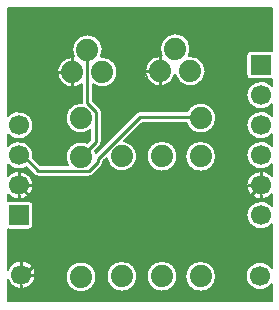
<source format=gtl>
G04 Layer: TopLayer*
G04 EasyEDA Pro v2.2.40.8, 2025-10-31 20:06:03*
G04 Gerber Generator version 0.3*
G04 Scale: 100 percent, Rotated: No, Reflected: No*
G04 Dimensions in millimeters*
G04 Leading zeros omitted, absolute positions, 4 integers and 5 decimals*
G04 Generated by one-click*
%FSLAX45Y45*%
%MOMM*%
%ADD10C,0.2032*%
%ADD11C,0.254*%
%ADD12C,1.8796*%
%ADD13R,1.7X1.7*%
%ADD14C,1.7*%
%ADD15C,0.6192*%
%ADD16C,0.61*%
G75*


G04 Copper Start*
G36*
G01X-154586Y2043165D02*
G01X-154586Y1984122D01*
G01X-169270Y1999506D01*
G01X-186424Y2012078D01*
G01X-205516Y2021446D01*
G01X-225955Y2027322D01*
G01X-247108Y2029523D01*
G01X-268319Y2027980D01*
G01X-288931Y2022743D01*
G01X-308305Y2013972D01*
G01X-325841Y2001939D01*
G01X-340995Y1987019D01*
G01X-353299Y1969672D01*
G01X-362370Y1950436D01*
G01X-367927Y1929908D01*
G01X-369799Y1908724D01*
G01X-367927Y1887539D01*
G01X-362370Y1867011D01*
G01X-353299Y1847776D01*
G01X-340995Y1830429D01*
G01X-325841Y1815508D01*
G01X-308305Y1803476D01*
G01X-288931Y1794705D01*
G01X-268319Y1789467D01*
G01X-247108Y1787924D01*
G01X-225955Y1790125D01*
G01X-205516Y1796001D01*
G01X-186424Y1805370D01*
G01X-169270Y1817941D01*
G01X-154586Y1833326D01*
G01X-154586Y1730122D01*
G01X-169270Y1745506D01*
G01X-186424Y1758078D01*
G01X-205516Y1767446D01*
G01X-225955Y1773322D01*
G01X-247108Y1775523D01*
G01X-268319Y1773980D01*
G01X-288931Y1768743D01*
G01X-308305Y1759972D01*
G01X-325841Y1747939D01*
G01X-340995Y1733019D01*
G01X-353299Y1715672D01*
G01X-362370Y1696436D01*
G01X-367927Y1675908D01*
G01X-369799Y1654724D01*
G01X-367927Y1633539D01*
G01X-362370Y1613011D01*
G01X-353299Y1593776D01*
G01X-340995Y1576429D01*
G01X-325841Y1561508D01*
G01X-308305Y1549476D01*
G01X-288931Y1540705D01*
G01X-268319Y1535467D01*
G01X-247108Y1533924D01*
G01X-225955Y1536125D01*
G01X-205516Y1542001D01*
G01X-186424Y1551370D01*
G01X-169270Y1563941D01*
G01X-154586Y1579326D01*
G01X-154586Y1476122D01*
G01X-169270Y1491506D01*
G01X-186424Y1504078D01*
G01X-205516Y1513446D01*
G01X-225955Y1519322D01*
G01X-247108Y1521523D01*
G01X-268319Y1519980D01*
G01X-288931Y1514743D01*
G01X-308305Y1505972D01*
G01X-325841Y1493939D01*
G01X-340995Y1479019D01*
G01X-353299Y1461672D01*
G01X-362370Y1442436D01*
G01X-367927Y1421908D01*
G01X-369799Y1400724D01*
G01X-367927Y1379539D01*
G01X-362370Y1359011D01*
G01X-353299Y1339776D01*
G01X-340995Y1322429D01*
G01X-325841Y1307508D01*
G01X-308305Y1295476D01*
G01X-288931Y1286705D01*
G01X-268319Y1281467D01*
G01X-247108Y1279924D01*
G01X-225955Y1282125D01*
G01X-205516Y1288001D01*
G01X-186424Y1297370D01*
G01X-169270Y1309941D01*
G01X-154586Y1325326D01*
G01X-154586Y1222122D01*
G01X-169270Y1237506D01*
G01X-186424Y1250078D01*
G01X-205516Y1259446D01*
G01X-225955Y1265322D01*
G01X-247108Y1267523D01*
G01X-268319Y1265980D01*
G01X-288931Y1260743D01*
G01X-308305Y1251972D01*
G01X-325841Y1239939D01*
G01X-340995Y1225019D01*
G01X-353299Y1207672D01*
G01X-362370Y1188436D01*
G01X-367927Y1167908D01*
G01X-369799Y1146724D01*
G01X-367927Y1125539D01*
G01X-362370Y1105011D01*
G01X-353299Y1085776D01*
G01X-340995Y1068429D01*
G01X-325841Y1053508D01*
G01X-308305Y1041476D01*
G01X-288931Y1032705D01*
G01X-268319Y1027467D01*
G01X-247108Y1025924D01*
G01X-225955Y1028125D01*
G01X-205516Y1034001D01*
G01X-186424Y1043370D01*
G01X-169270Y1055941D01*
G01X-154586Y1071326D01*
G01X-154586Y968122D01*
G01X-169270Y983506D01*
G01X-186424Y996078D01*
G01X-205516Y1005446D01*
G01X-225955Y1011322D01*
G01X-247108Y1013523D01*
G01X-268319Y1011980D01*
G01X-288931Y1006743D01*
G01X-308305Y997972D01*
G01X-325841Y985939D01*
G01X-340995Y971019D01*
G01X-353299Y953672D01*
G01X-362370Y934436D01*
G01X-367927Y913908D01*
G01X-369799Y892724D01*
G01X-367927Y871539D01*
G01X-362370Y851011D01*
G01X-353299Y831776D01*
G01X-340995Y814429D01*
G01X-325841Y799508D01*
G01X-308305Y787476D01*
G01X-288931Y778705D01*
G01X-268319Y773467D01*
G01X-247108Y771924D01*
G01X-225955Y774125D01*
G01X-205516Y780001D01*
G01X-186424Y789370D01*
G01X-169270Y801941D01*
G01X-154586Y817326D01*
G01X-154586Y442776D01*
G01X-168257Y460169D01*
G01X-184870Y474777D01*
G01X-203868Y486112D01*
G01X-224614Y493792D01*
G01X-246413Y497560D01*
G01X-268534Y497291D01*
G01X-290234Y492992D01*
G01X-310787Y484809D01*
G01X-329503Y473015D01*
G01X-345756Y458006D01*
G01X-358998Y440286D01*
G01X-368788Y420448D01*
G01X-374796Y399157D01*
G01X-376822Y377128D01*
G01X-374796Y355099D01*
G01X-368788Y333808D01*
G01X-358998Y313970D01*
G01X-345756Y296249D01*
G01X-329503Y281240D01*
G01X-310787Y269447D01*
G01X-290234Y261263D01*
G01X-268534Y256965D01*
G01X-246413Y256695D01*
G01X-224614Y260464D01*
G01X-203868Y268144D01*
G01X-184870Y279478D01*
G01X-168257Y294087D01*
G01X-154586Y311479D01*
G01X-154586Y162450D01*
G01X-2389232Y162450D01*
G01X-2389232Y347530D01*
G01X-2380372Y328404D01*
G01X-2368323Y311108D01*
G01X-2353450Y296171D01*
G01X-2336208Y284045D01*
G01X-2317121Y275101D01*
G01X-2296770Y269610D01*
G01X-2275774Y267741D01*
G01X-2254773Y269549D01*
G01X-2234405Y274979D01*
G01X-2215292Y283867D01*
G01X-2198014Y295942D01*
G01X-2183098Y310836D01*
G01X-2170998Y328096D01*
G01X-2162082Y347197D01*
G01X-2156621Y367556D01*
G01X-2156425Y369799D01*
G01X-1899990Y369799D01*
G01X-1898018Y347260D01*
G01X-1892162Y325407D01*
G01X-1882601Y304902D01*
G01X-1869624Y286369D01*
G01X-1853626Y270371D01*
G01X-1835093Y257394D01*
G01X-1814588Y247832D01*
G01X-1792734Y241977D01*
G01X-1770196Y240005D01*
G01X-1770196Y240005D01*
G01X-1747657Y241977D01*
G01X-1725804Y247832D01*
G01X-1705299Y257394D01*
G01X-1686766Y270371D01*
G01X-1670768Y286369D01*
G01X-1657791Y304902D01*
G01X-1648229Y325407D01*
G01X-1642374Y347260D01*
G01X-1640402Y369799D01*
G01X-1640846Y374879D01*
G01X-1554054Y374879D01*
G01X-1552082Y352340D01*
G01X-1546226Y330487D01*
G01X-1536665Y309982D01*
G01X-1523688Y291449D01*
G01X-1507690Y275451D01*
G01X-1489157Y262474D01*
G01X-1468652Y252912D01*
G01X-1446798Y247057D01*
G01X-1424260Y245085D01*
G01X-1424260Y245085D01*
G01X-1401721Y247057D01*
G01X-1379867Y252912D01*
G01X-1359363Y262474D01*
G01X-1340830Y275451D01*
G01X-1324832Y291449D01*
G01X-1311855Y309982D01*
G01X-1302293Y330487D01*
G01X-1296437Y352340D01*
G01X-1294466Y374879D01*
G01X-1294510Y375390D01*
G01X-1214212Y375390D01*
G01X-1212240Y352851D01*
G01X-1206385Y330998D01*
G01X-1196823Y310493D01*
G01X-1183846Y291960D01*
G01X-1167848Y275962D01*
G01X-1149315Y262985D01*
G01X-1128810Y253423D01*
G01X-1106957Y247568D01*
G01X-1084418Y245596D01*
G01X-1084418Y245596D01*
G01X-1061880Y247568D01*
G01X-1040026Y253423D01*
G01X-1019521Y262985D01*
G01X-1000988Y275962D01*
G01X-984990Y291960D01*
G01X-972013Y310493D01*
G01X-962452Y330998D01*
G01X-956596Y352851D01*
G01X-954713Y374375D01*
G01X-887078Y374375D01*
G01X-885106Y351837D01*
G01X-879251Y329983D01*
G01X-869689Y309478D01*
G01X-856712Y290945D01*
G01X-840714Y274947D01*
G01X-822181Y261971D01*
G01X-801676Y252409D01*
G01X-779823Y246553D01*
G01X-757284Y244581D01*
G01X-734746Y246553D01*
G01X-712892Y252409D01*
G01X-692387Y261971D01*
G01X-673854Y274947D01*
G01X-657856Y290945D01*
G01X-644879Y309478D01*
G01X-635318Y329983D01*
G01X-629462Y351837D01*
G01X-627490Y374375D01*
G01X-629462Y396914D01*
G01X-635318Y418768D01*
G01X-644879Y439272D01*
G01X-657856Y457805D01*
G01X-673854Y473803D01*
G01X-692387Y486780D01*
G01X-712892Y496342D01*
G01X-734746Y502198D01*
G01X-757284Y504169D01*
G01X-757284Y504169D01*
G01X-779823Y502198D01*
G01X-801676Y496342D01*
G01X-822181Y486780D01*
G01X-840714Y473803D01*
G01X-856712Y457805D01*
G01X-869689Y439272D01*
G01X-879251Y418768D01*
G01X-885106Y396914D01*
G01X-887078Y374375D01*
G01X-954713Y374375D01*
G01X-954624Y375390D01*
G01X-956596Y397928D01*
G01X-962452Y419782D01*
G01X-972013Y440287D01*
G01X-984990Y458820D01*
G01X-1000988Y474818D01*
G01X-1019521Y487795D01*
G01X-1040026Y497356D01*
G01X-1061880Y503212D01*
G01X-1084418Y505184D01*
G01X-1106957Y503212D01*
G01X-1128810Y497356D01*
G01X-1149315Y487795D01*
G01X-1167848Y474818D01*
G01X-1183846Y458820D01*
G01X-1196823Y440287D01*
G01X-1206385Y419782D01*
G01X-1212240Y397928D01*
G01X-1214212Y375390D01*
G01X-1294510Y375390D01*
G01X-1296437Y397417D01*
G01X-1302293Y419271D01*
G01X-1311855Y439776D01*
G01X-1324832Y458309D01*
G01X-1340830Y474307D01*
G01X-1359363Y487284D01*
G01X-1379867Y496845D01*
G01X-1401721Y502701D01*
G01X-1424260Y504673D01*
G01X-1446798Y502701D01*
G01X-1468652Y496845D01*
G01X-1489157Y487284D01*
G01X-1507690Y474307D01*
G01X-1523688Y458309D01*
G01X-1536665Y439776D01*
G01X-1546226Y419271D01*
G01X-1552082Y397417D01*
G01X-1554054Y374879D01*
G01X-1640846Y374879D01*
G01X-1642374Y392337D01*
G01X-1648229Y414191D01*
G01X-1657791Y434696D01*
G01X-1670768Y453229D01*
G01X-1686766Y469227D01*
G01X-1705299Y482204D01*
G01X-1725804Y491765D01*
G01X-1747657Y497621D01*
G01X-1770196Y499593D01*
G01X-1792734Y497621D01*
G01X-1814588Y491765D01*
G01X-1835093Y482204D01*
G01X-1853626Y469227D01*
G01X-1869624Y453229D01*
G01X-1882601Y434696D01*
G01X-1892162Y414191D01*
G01X-1898018Y392337D01*
G01X-1899990Y369799D01*
G01X-2156425Y369799D01*
G01X-2154783Y388554D01*
G01X-2156621Y409553D01*
G01X-2162082Y429912D01*
G01X-2170998Y449013D01*
G01X-2183098Y466273D01*
G01X-2198014Y481167D01*
G01X-2215292Y493242D01*
G01X-2234405Y502130D01*
G01X-2254773Y507560D01*
G01X-2275774Y509368D01*
G01X-2296770Y507499D01*
G01X-2317121Y502008D01*
G01X-2336208Y493064D01*
G01X-2353450Y480938D01*
G01X-2368323Y466000D01*
G01X-2380372Y448705D01*
G01X-2389232Y429578D01*
G01X-2389232Y772276D01*
G01X-2379621Y770963D01*
G01X-2209622Y770963D01*
G01X-2198555Y772716D01*
G01X-2188571Y777803D01*
G01X-2180648Y785726D01*
G01X-2175561Y795710D01*
G01X-2173808Y806777D01*
G01X-2173808Y976776D01*
G01X-2175561Y987844D01*
G01X-2180648Y997827D01*
G01X-2188571Y1005751D01*
G01X-2198555Y1010838D01*
G01X-2209622Y1012590D01*
G01X-2379621Y1012590D01*
G01X-2389232Y1011277D01*
G01X-2389232Y1070644D01*
G01X-2374574Y1055203D01*
G01X-2357432Y1042574D01*
G01X-2338340Y1033150D01*
G01X-2317890Y1027225D01*
G01X-2296717Y1024981D01*
G01X-2275480Y1026489D01*
G01X-2254836Y1031701D01*
G01X-2235429Y1040457D01*
G01X-2217859Y1052484D01*
G01X-2202674Y1067408D01*
G01X-2190345Y1084766D01*
G01X-2181254Y1104018D01*
G01X-2175684Y1124568D01*
G01X-2173808Y1145777D01*
G01X-2175684Y1166985D01*
G01X-2181254Y1187535D01*
G01X-2190345Y1206787D01*
G01X-2202674Y1224145D01*
G01X-2217859Y1239069D01*
G01X-2235429Y1251096D01*
G01X-2254836Y1259852D01*
G01X-2275480Y1265064D01*
G01X-2296717Y1266572D01*
G01X-2317890Y1264328D01*
G01X-2338340Y1258403D01*
G01X-2357432Y1248979D01*
G01X-2374574Y1236350D01*
G01X-2389232Y1220909D01*
G01X-2389232Y1324644D01*
G01X-2374207Y1308881D01*
G01X-2356597Y1296070D01*
G01X-2336973Y1286629D01*
G01X-2315973Y1280864D01*
G01X-2294279Y1278963D01*
G01X-2272596Y1280987D01*
G01X-2251629Y1286871D01*
G01X-2232059Y1296423D01*
G01X-2168460Y1232824D01*
G01X-2158412Y1225114D01*
G01X-2146711Y1220268D01*
G01X-2134155Y1218615D01*
G01X-1838033Y1218615D01*
G01X-1829504Y1216214D01*
G01X-1820680Y1215405D01*
G01X-1719711Y1215405D01*
G01X-1710817Y1216227D01*
G01X-1702224Y1218666D01*
G01X-1690469Y1220675D01*
G01X-1679558Y1225491D01*
G01X-1670152Y1232824D01*
G01X-1593952Y1309024D01*
G01X-1586242Y1319072D01*
G01X-1581396Y1330772D01*
G01X-1579743Y1343329D01*
G01X-1579743Y1348633D01*
G01X-1553111Y1375265D01*
G01X-1548539Y1353446D01*
G01X-1540300Y1332731D01*
G01X-1528638Y1313732D01*
G01X-1513896Y1297008D01*
G01X-1496511Y1283054D01*
G01X-1476994Y1272280D01*
G01X-1455921Y1265006D01*
G01X-1433914Y1261444D01*
G01X-1411622Y1261702D01*
G01X-1389703Y1265770D01*
G01X-1368804Y1273528D01*
G01X-1349541Y1284749D01*
G01X-1332481Y1299101D01*
G01X-1318130Y1316160D01*
G01X-1306909Y1335423D01*
G01X-1299150Y1356323D01*
G01X-1295082Y1378241D01*
G01X-1294931Y1391390D01*
G01X-1214212Y1391390D01*
G01X-1212240Y1368851D01*
G01X-1206385Y1346998D01*
G01X-1196823Y1326493D01*
G01X-1183846Y1307960D01*
G01X-1167848Y1291962D01*
G01X-1149315Y1278985D01*
G01X-1128810Y1269423D01*
G01X-1106957Y1263568D01*
G01X-1084418Y1261596D01*
G01X-1084418Y1261596D01*
G01X-1061880Y1263568D01*
G01X-1040026Y1269423D01*
G01X-1019521Y1278985D01*
G01X-1000988Y1291962D01*
G01X-984990Y1307960D01*
G01X-972013Y1326493D01*
G01X-962452Y1346998D01*
G01X-956596Y1368851D01*
G01X-954713Y1390375D01*
G01X-887078Y1390375D01*
G01X-885106Y1367837D01*
G01X-879251Y1345983D01*
G01X-869689Y1325478D01*
G01X-856712Y1306945D01*
G01X-840714Y1290947D01*
G01X-822181Y1277971D01*
G01X-801676Y1268409D01*
G01X-779823Y1262553D01*
G01X-757284Y1260581D01*
G01X-734746Y1262553D01*
G01X-712892Y1268409D01*
G01X-692387Y1277971D01*
G01X-673854Y1290947D01*
G01X-657856Y1306945D01*
G01X-644879Y1325478D01*
G01X-635318Y1345983D01*
G01X-629462Y1367837D01*
G01X-627490Y1390375D01*
G01X-629462Y1412914D01*
G01X-635318Y1434768D01*
G01X-644879Y1455272D01*
G01X-657856Y1473805D01*
G01X-673854Y1489803D01*
G01X-692387Y1502780D01*
G01X-712892Y1512342D01*
G01X-734746Y1518198D01*
G01X-757284Y1520169D01*
G01X-757284Y1520169D01*
G01X-779823Y1518198D01*
G01X-801676Y1512342D01*
G01X-822181Y1502780D01*
G01X-840714Y1489803D01*
G01X-856712Y1473805D01*
G01X-869689Y1455272D01*
G01X-879251Y1434768D01*
G01X-885106Y1412914D01*
G01X-887078Y1390375D01*
G01X-954713Y1390375D01*
G01X-954624Y1391390D01*
G01X-956596Y1413928D01*
G01X-962452Y1435782D01*
G01X-972013Y1456287D01*
G01X-984990Y1474820D01*
G01X-1000988Y1490818D01*
G01X-1019521Y1503795D01*
G01X-1040026Y1513356D01*
G01X-1061880Y1519212D01*
G01X-1084418Y1521184D01*
G01X-1106957Y1519212D01*
G01X-1128810Y1513356D01*
G01X-1149315Y1503795D01*
G01X-1167848Y1490818D01*
G01X-1183846Y1474820D01*
G01X-1196823Y1456287D01*
G01X-1206385Y1435782D01*
G01X-1212240Y1413928D01*
G01X-1214212Y1391390D01*
G01X-1294931Y1391390D01*
G01X-1294825Y1400533D01*
G01X-1298386Y1422540D01*
G01X-1305661Y1443613D01*
G01X-1316434Y1463130D01*
G01X-1330389Y1480516D01*
G01X-1347112Y1495257D01*
G01X-1366112Y1506919D01*
G01X-1386827Y1515158D01*
G01X-1408646Y1519730D01*
G01X-1252562Y1675815D01*
G01X-880536Y1675815D01*
G01X-872215Y1655086D01*
G01X-860462Y1636091D01*
G01X-845627Y1619392D01*
G01X-828149Y1605484D01*
G01X-808545Y1594778D01*
G01X-787395Y1587593D01*
G01X-765327Y1584140D01*
G01X-742994Y1584522D01*
G01X-721056Y1588727D01*
G01X-700165Y1596632D01*
G01X-680938Y1608001D01*
G01X-663945Y1622499D01*
G01X-649690Y1639695D01*
G01X-638594Y1659081D01*
G01X-630986Y1680082D01*
G01X-627092Y1702077D01*
G01X-627027Y1724413D01*
G01X-630792Y1746431D01*
G01X-638276Y1767476D01*
G01X-649258Y1786927D01*
G01X-663412Y1804206D01*
G01X-680319Y1818803D01*
G01X-699479Y1830285D01*
G01X-720324Y1838312D01*
G01X-742236Y1842647D01*
G01X-764567Y1843160D01*
G01X-786655Y1839836D01*
G01X-807846Y1832775D01*
G01X-827513Y1822185D01*
G01X-845073Y1808380D01*
G01X-860006Y1791768D01*
G01X-871869Y1772843D01*
G01X-1272657Y1772843D01*
G01X-1285213Y1771189D01*
G01X-1296914Y1766343D01*
G01X-1306961Y1758633D01*
G01X-1645119Y1420475D01*
G01X-1650765Y1436620D01*
G01X-1608891Y1478494D01*
G01X-1601181Y1488542D01*
G01X-1596335Y1500243D01*
G01X-1594682Y1512799D01*
G01X-1594682Y1766799D01*
G01X-1596335Y1779355D01*
G01X-1601181Y1791056D01*
G01X-1608891Y1801103D01*
G01X-1667106Y1859318D01*
G01X-1667106Y2000198D01*
G01X-1647708Y1988009D01*
G01X-1626469Y1979420D01*
G01X-1604051Y1974700D01*
G01X-1581152Y1973994D01*
G01X-1558486Y1977326D01*
G01X-1536759Y1984590D01*
G01X-1516647Y1995562D01*
G01X-1498778Y2009899D01*
G01X-1483708Y2027154D01*
G01X-1471906Y2046790D01*
G01X-1463741Y2068195D01*
G01X-1459466Y2090702D01*
G01X-1459215Y2113611D01*
G01X-1460604Y2121912D01*
G01X-1228856Y2121912D01*
G01X-1228550Y2098972D01*
G01X-1224209Y2076444D01*
G01X-1215969Y2055032D01*
G01X-1204088Y2035405D01*
G01X-1204088Y2035405D01*
G01X-1188938Y2018177D01*
G01X-1170990Y2003886D01*
G01X-1150807Y1992978D01*
G01X-1129018Y1985794D01*
G01X-1106305Y1982558D01*
G01X-1083377Y1983372D01*
G01X-1060951Y1988210D01*
G01X-1039726Y1996922D01*
G01X-1020367Y2009234D01*
G01X-1003479Y2024762D01*
G01X-989588Y2043021D01*
G01X-979129Y2063441D01*
G01X-972429Y2085384D01*
G01X-965729Y2063441D01*
G01X-955270Y2043021D01*
G01X-941379Y2024762D01*
G01X-924490Y2009234D01*
G01X-905131Y1996922D01*
G01X-883907Y1988210D01*
G01X-861481Y1983372D01*
G01X-838553Y1982558D01*
G01X-815839Y1985794D01*
G01X-794051Y1992978D01*
G01X-773867Y2003886D01*
G01X-755920Y2018177D01*
G01X-740769Y2035405D01*
G01X-728888Y2055032D01*
G01X-720649Y2076444D01*
G01X-716308Y2098972D01*
G01X-716001Y2121912D01*
G01X-719739Y2144548D01*
G01X-727403Y2166173D01*
G01X-738755Y2186110D01*
G01X-753440Y2203737D01*
G01X-770999Y2218502D01*
G01X-790884Y2229946D01*
G01X-812473Y2237710D01*
G01X-835092Y2241551D01*
G01X-858033Y2241350D01*
G01X-849230Y2261822D01*
G01X-844059Y2283499D01*
G01X-842671Y2305740D01*
G01X-845109Y2327891D01*
G01X-851300Y2349298D01*
G01X-861062Y2369331D01*
G01X-874106Y2387399D01*
G01X-890049Y2402969D01*
G01X-908420Y2415582D01*
G01X-928679Y2424867D01*
G01X-950226Y2430550D01*
G01X-972429Y2432463D01*
G01X-994631Y2430550D01*
G01X-1016179Y2424867D01*
G01X-1036437Y2415582D01*
G01X-1054809Y2402969D01*
G01X-1070751Y2387399D01*
G01X-1083796Y2369331D01*
G01X-1093558Y2349298D01*
G01X-1099749Y2327891D01*
G01X-1102186Y2305740D01*
G01X-1100799Y2283499D01*
G01X-1095628Y2261822D01*
G01X-1086825Y2241350D01*
G01X-1109766Y2241551D01*
G01X-1132385Y2237710D01*
G01X-1153974Y2229946D01*
G01X-1173858Y2218502D01*
G01X-1191417Y2203737D01*
G01X-1206102Y2186110D01*
G01X-1217454Y2166173D01*
G01X-1225119Y2144548D01*
G01X-1228856Y2121912D01*
G01X-1460604Y2121912D01*
G01X-1462996Y2136206D01*
G01X-1470690Y2157785D01*
G01X-1482059Y2177675D01*
G01X-1496748Y2195256D01*
G01X-1514299Y2209981D01*
G01X-1534165Y2221391D01*
G01X-1555728Y2229130D01*
G01X-1578316Y2232957D01*
G01X-1601224Y2232753D01*
G01X-1592421Y2253225D01*
G01X-1587250Y2274902D01*
G01X-1585863Y2297143D01*
G01X-1588300Y2319294D01*
G01X-1594491Y2340701D01*
G01X-1604253Y2360734D01*
G01X-1617297Y2378802D01*
G01X-1633240Y2394372D01*
G01X-1651612Y2406985D01*
G01X-1671870Y2416270D01*
G01X-1693418Y2421953D01*
G01X-1715620Y2423866D01*
G01X-1737822Y2421953D01*
G01X-1759370Y2416270D01*
G01X-1779628Y2406985D01*
G01X-1798000Y2394372D01*
G01X-1813943Y2378802D01*
G01X-1826987Y2360734D01*
G01X-1836749Y2340701D01*
G01X-1842940Y2319294D01*
G01X-1845378Y2297143D01*
G01X-1843990Y2274902D01*
G01X-1838819Y2253225D01*
G01X-1830016Y2232753D01*
G01X-1852925Y2232957D01*
G01X-1875512Y2229130D01*
G01X-1897075Y2221391D01*
G01X-1916942Y2209981D01*
G01X-1934492Y2195256D01*
G01X-1949181Y2177675D01*
G01X-1960550Y2157785D01*
G01X-1968244Y2136206D01*
G01X-1972025Y2113611D01*
G01X-1971774Y2090702D01*
G01X-1967499Y2068195D01*
G01X-1959334Y2046790D01*
G01X-1947532Y2027154D01*
G01X-1932462Y2009899D01*
G01X-1914593Y1995562D01*
G01X-1894481Y1984590D01*
G01X-1872754Y1977326D01*
G01X-1850088Y1973994D01*
G01X-1827189Y1974700D01*
G01X-1804771Y1979420D01*
G01X-1783532Y1988009D01*
G01X-1764134Y2000198D01*
G01X-1764134Y1843157D01*
G01X-1786963Y1842596D01*
G01X-1809341Y1838042D01*
G01X-1830574Y1829637D01*
G01X-1850005Y1817641D01*
G01X-1867033Y1802425D01*
G01X-1881131Y1784461D01*
G01X-1891863Y1764303D01*
G01X-1898895Y1742577D01*
G01X-1902011Y1719955D01*
G01X-1901114Y1697136D01*
G01X-1896231Y1674828D01*
G01X-1887515Y1653721D01*
G01X-1875234Y1634468D01*
G01X-1859769Y1617666D01*
G01X-1841599Y1603834D01*
G01X-1821286Y1593400D01*
G01X-1799458Y1586689D01*
G01X-1776793Y1583906D01*
G01X-1753990Y1585139D01*
G01X-1731756Y1590349D01*
G01X-1710780Y1599375D01*
G01X-1691710Y1611938D01*
G01X-1691710Y1532894D01*
G01X-1719374Y1505229D01*
G01X-1738926Y1511770D01*
G01X-1759267Y1515132D01*
G01X-1779884Y1515231D01*
G01X-1800256Y1512064D01*
G01X-1819870Y1505711D01*
G01X-1838230Y1496333D01*
G01X-1854874Y1484166D01*
G01X-1869381Y1469517D01*
G01X-1881386Y1452755D01*
G01X-1890585Y1434305D01*
G01X-1896747Y1414630D01*
G01X-1899716Y1394228D01*
G01X-1899416Y1373613D01*
G01X-1895857Y1353306D01*
G01X-1889126Y1333818D01*
G01X-1879395Y1315643D01*
G01X-2114060Y1315643D01*
G01X-2175885Y1377468D01*
G01X-2173812Y1398733D01*
G01X-2175517Y1420030D01*
G01X-2180948Y1440694D01*
G01X-2189933Y1460078D01*
G01X-2202192Y1477576D01*
G01X-2217342Y1492642D01*
G01X-2234909Y1504802D01*
G01X-2254344Y1513679D01*
G01X-2275038Y1518993D01*
G01X-2296345Y1520578D01*
G01X-2317597Y1518386D01*
G01X-2338131Y1512484D01*
G01X-2357305Y1503057D01*
G01X-2374518Y1490400D01*
G01X-2389232Y1474909D01*
G01X-2389232Y1578644D01*
G01X-2374574Y1563203D01*
G01X-2357432Y1550574D01*
G01X-2338340Y1541150D01*
G01X-2317890Y1535225D01*
G01X-2296717Y1532981D01*
G01X-2275480Y1534489D01*
G01X-2254836Y1539701D01*
G01X-2235429Y1548457D01*
G01X-2217859Y1560484D01*
G01X-2202674Y1575408D01*
G01X-2190345Y1592766D01*
G01X-2181254Y1612018D01*
G01X-2175684Y1632568D01*
G01X-2173808Y1653777D01*
G01X-2175684Y1674985D01*
G01X-2181254Y1695535D01*
G01X-2190345Y1714787D01*
G01X-2202674Y1732145D01*
G01X-2217859Y1747069D01*
G01X-2235429Y1759096D01*
G01X-2254836Y1767852D01*
G01X-2275480Y1773064D01*
G01X-2296717Y1774572D01*
G01X-2317890Y1772328D01*
G01X-2338340Y1766403D01*
G01X-2357432Y1756979D01*
G01X-2374574Y1744350D01*
G01X-2389232Y1728909D01*
G01X-2389232Y2642781D01*
G01X-154586Y2642781D01*
G01X-154586Y2282282D01*
G01X-163985Y2283538D01*
G01X-333985Y2283538D01*
G01X-345052Y2281785D01*
G01X-355036Y2276698D01*
G01X-362959Y2268774D01*
G01X-368046Y2258791D01*
G01X-369799Y2247724D01*
G01X-369799Y2077724D01*
G01X-368046Y2066657D01*
G01X-362959Y2056673D01*
G01X-355036Y2048750D01*
G01X-345052Y2043663D01*
G01X-333985Y2041910D01*
G01X-163985Y2041910D01*
G01X-154586Y2043165D01*
G37*
G54D10*
G01X-154586Y2043165D02*
G01X-154586Y1984122D01*
G03X-369799Y1908724I-94399J-75398D01*
G03X-154586Y1833326I120814J0D01*
G01X-154586Y1730122D01*
G03X-369799Y1654724I-94399J-75398D01*
G03X-154586Y1579326I120814J0D01*
G01X-154586Y1476122D01*
G03X-369799Y1400724I-94399J-75398D01*
G03X-154586Y1325326I120814J0D01*
G01X-154586Y1222122D01*
G03X-369799Y1146724I-94399J-75398D01*
G03X-154586Y1071326I120814J0D01*
G01X-154586Y968122D01*
G03X-369799Y892724I-94399J-75398D01*
G03X-154586Y817326I120814J0D01*
G01X-154586Y442776D01*
G03X-376822Y377128I-101421J-65648D01*
G03X-154586Y311479I120814J0D01*
G01X-154586Y162450D01*
G01X-2389232Y162450D01*
G01X-2389232Y347530D01*
G03X-2154783Y388554I113636J41024D01*
G03X-2389232Y429578I-120814J0D01*
G01X-2389232Y772276D01*
G03X-2379621Y770963I9611J34500D01*
G01X-2209622Y770963D01*
G03X-2173808Y806777I0J35814D01*
G01X-2173808Y976776D01*
G03X-2209622Y1012590I-35814J0D01*
G01X-2379621Y1012590D01*
G03X-2389232Y1011277I0J-35814D01*
G01X-2389232Y1070644D01*
G03X-2173808Y1145777I94611J75132D01*
G03X-2389232Y1220909I-120814J0D01*
G01X-2389232Y1324644D01*
G03X-2232059Y1296423I94611J75132D01*
G01X-2168460Y1232824D01*
G03X-2134155Y1218615I34305J34305D01*
G01X-1838033Y1218615D01*
G03X-1820680Y1215405I17353J45304D01*
G01X-1719711Y1215405D01*
G03X-1702224Y1218666I0J48514D01*
G03X-1670152Y1232824I-2232J48463D01*
G01X-1593952Y1309024D01*
G03X-1579743Y1343329I-34305J34305D01*
G01X-1579743Y1348633D01*
G01X-1553111Y1375265D01*
G03X-1332481Y1299101I128851J15614D01*
G03X-1408646Y1519730I-91778J91778D01*
G01X-1252562Y1675815D01*
G01X-880536Y1675815D01*
G03X-627092Y1702077I124165J37810D01*
G03X-871869Y1772843I-129279J11548D01*
G01X-1272657Y1772843D01*
G03X-1306961Y1758633I0J-48514D01*
G01X-1645119Y1420475D01*
G03X-1650765Y1436620I-125076J-34676D01*
G01X-1608891Y1478494D01*
G03X-1594682Y1512799I-34305J34305D01*
G01X-1594682Y1766799D01*
G03X-1608891Y1801103I-48514J0D01*
G01X-1667106Y1859318D01*
G01X-1667106Y2000198D01*
G03X-1463741Y2068195I78486J103375D01*
G03X-1601224Y2232753I-124879J35378D01*
G03X-1715620Y2423866I-114396J61319D01*
G03X-1830016Y2232753I0J-129794D01*
G03X-1967499Y2068195I-12604J-129180D01*
G03X-1764134Y2000198I124879J35378D01*
G01X-1764134Y1843157D01*
G03X-1896231Y1674828I-8237J-129532D01*
G03X-1691710Y1611938I123860J38796D01*
G01X-1691710Y1532894D01*
G01X-1719374Y1505229D01*
G03X-1869381Y1469517I-50821J-119431D01*
G03X-1879395Y1315643I99186J-83718D01*
G01X-2114060Y1315643D01*
G01X-2175885Y1377468D01*
G03X-2389232Y1474909I-118736J22309D01*
G01X-2389232Y1578644D01*
G03X-2173808Y1653777I94611J75132D01*
G03X-2389232Y1728909I-120814J0D01*
G01X-2389232Y2642781D01*
G01X-154586Y2642781D01*
G01X-154586Y2282282D01*
G03X-163985Y2283538I-9399J-34559D01*
G01X-333985Y2283538D01*
G03X-369799Y2247724I0J-35814D01*
G01X-369799Y2077724D01*
G03X-333985Y2041910I35814J0D01*
G01X-163985Y2041910D01*
G03X-154586Y2043165I0J35814D01*
G01X-1770196Y240005D02*
G03X-1770196Y499593I0J129794D01*
G03X-1770196Y240005I0J-129794D01*
G01X-1424260Y245085D02*
G03X-1424260Y504673I0J129794D01*
G03X-1424260Y245085I0J-129794D01*
G01X-1204088Y2035405D02*
G03X-972429Y2085384I104660J76764D01*
G03X-740769Y2035405I127000J26786D01*
G03X-858033Y2241350I-104660J76764D01*
G03X-972429Y2432463I-114396J61319D01*
G03X-1086825Y2241350I0J-129794D01*
G03X-1204088Y2035405I-12604J-129180D01*
G01X-1084418Y245596D02*
G03X-1084418Y505184I0J129794D01*
G03X-1084418Y245596I0J-129794D01*
G01X-1084418Y1261596D02*
G03X-1084418Y1521184I0J129794D01*
G03X-1084418Y1261596I0J-129794D01*
G01X-757284Y504169D02*
G03X-757284Y244581I0J-129794D01*
G03X-757284Y504169I0J129794D01*
G01X-757284Y1520169D02*
G03X-757284Y1260581I0J-129794D01*
G03X-757284Y1520169I0J129794D01*
G54D11*
G01X-2294621Y1061031D02*
G01X-2294621Y1035123D01*
G01X-2294621Y1230522D02*
G01X-2294621Y1256430D01*
G01X-2209876Y1145777D02*
G01X-2183968Y1145777D01*
G01X-2190851Y388554D02*
G01X-2164943Y388554D01*
G01X-2275596Y473300D02*
G01X-2275596Y499208D01*
G01X-2275596Y303808D02*
G01X-2275596Y277900D01*
G01X-1936346Y2103573D02*
G01X-1962254Y2103573D01*
G01X-1842620Y2197299D02*
G01X-1842620Y2223207D01*
G01X-1842620Y2009847D02*
G01X-1842620Y1983939D01*
G01X-1193154Y2112170D02*
G01X-1219062Y2112170D01*
G01X-1099429Y2205895D02*
G01X-1099429Y2231803D01*
G01X-1099429Y2018444D02*
G01X-1099429Y1992536D01*
G01X-248985Y1231470D02*
G01X-248985Y1257378D01*
G01X-248985Y1061978D02*
G01X-248985Y1036070D01*
G01X-333731Y1146724D02*
G01X-359639Y1146724D01*
G04 Copper End*

G04 Pad Start*
G54D12*
G01X-1770196Y369799D03*
G01X-1770196Y1385799D03*
G01X-757284Y1390375D03*
G01X-757284Y374375D03*
G01X-1772371Y1713625D03*
G01X-756371Y1713625D03*
G01X-1084418Y375390D03*
G01X-1084418Y1391390D03*
G01X-1424260Y374879D03*
G01X-1424260Y1390879D03*
G54D13*
G01X-2294622Y891776D03*
G54D14*
G01X-2294622Y1145776D03*
G01X-2294622Y1399776D03*
G01X-2294622Y1653776D03*
G54D13*
G01X-248985Y2162724D03*
G54D14*
G01X-248985Y1908724D03*
G01X-248985Y1654724D03*
G01X-248985Y1400724D03*
G01X-248985Y1146724D03*
G01X-248985Y892724D03*
G01X-256008Y377128D03*
G01X-2275596Y388554D03*
G54D12*
G01X-1588620Y2103573D03*
G01X-1715620Y2294073D03*
G01X-1842620Y2103573D03*
G01X-845429Y2112170D03*
G01X-972429Y2302670D03*
G01X-1099429Y2112170D03*
G04 Pad End*

G04 Via Start*
G54D16*
G01X-1881232Y678564D03*
G01X-1881232Y1186564D03*
G01X-1373232Y2202564D03*
G01X-1373232Y678564D03*
G01X-1373232Y1186564D03*
G01X-865232Y678564D03*
G01X-357232Y678564D03*
G01X-616346Y1621321D03*
G01X-185159Y696354D03*
G04 Via End*

G04 Track Start*
G54D11*
G01X-1770196Y1385799D02*
G01X-1643196Y1512799D01*
G01X-1643196Y1766799D01*
G01X-1715620Y1839223D01*
G01X-1715620Y2294072D01*
G01X-2294622Y1145776D02*
G01X-2294622Y1120376D01*
G01X-2269222Y1120376D02*
G01X-2148596Y999752D01*
G01X-2148596Y490154D01*
G01X-2250196Y388554D01*
G01X-395957Y999752D02*
G01X-248985Y1146724D01*
G01X-2148596Y999752D02*
G01X-395957Y999752D01*
G01X-2148596Y999752D02*
G01X-2153676Y999752D01*
G01X-2173996Y999752D01*
G01X-767075Y1724329D02*
G01X-1272657Y1724329D01*
G01X-1628257Y1368729D01*
G01X-1628257Y1343329D01*
G01X-1704457Y1267129D01*
G01X-2134155Y1267129D02*
G01X-2256643Y1389616D01*
G01X-746211Y1703464D02*
G01X-767075Y1724329D01*
G01X-2256643Y1389616D02*
G01X-2284462Y1389616D01*
G01X-1704457Y1267129D02*
G01X-1716502Y1267129D01*
G01X-1719711Y1263919D01*
G01X-1820680Y1263919D01*
G01X-1823890Y1267129D01*
G01X-2134155Y1267129D01*
G04 Track End*

M02*


</source>
